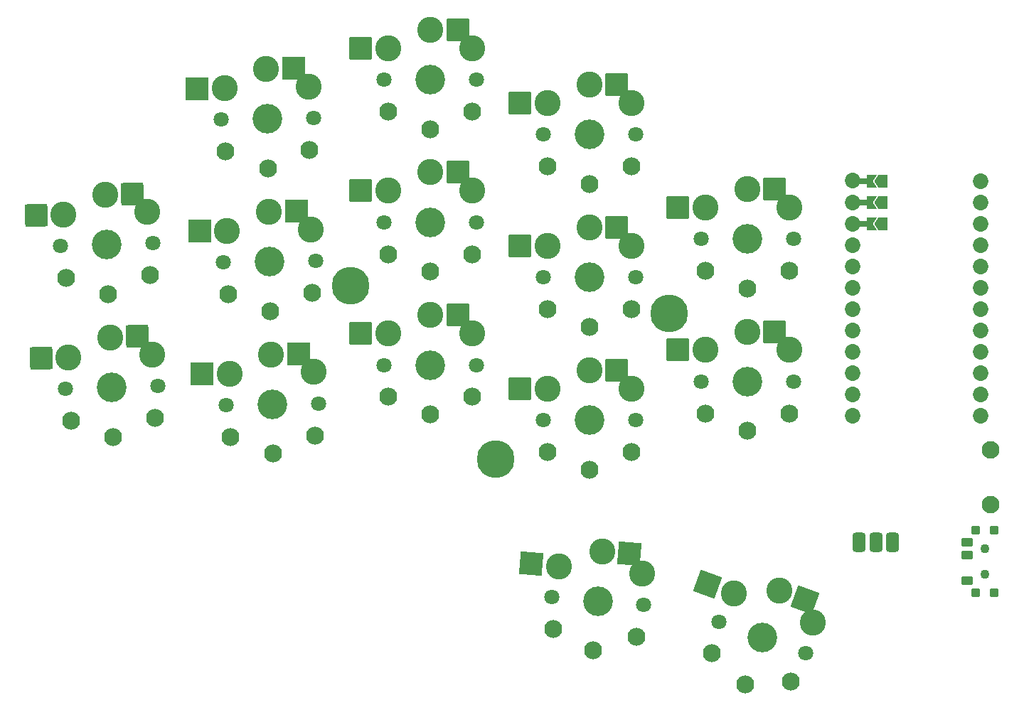
<source format=gts>
%TF.GenerationSoftware,KiCad,Pcbnew,(6.0.4)*%
%TF.CreationDate,2022-05-15T06:34:31+02:00*%
%TF.ProjectId,battoota,62617474-6f6f-4746-912e-6b696361645f,v1.0.0*%
%TF.SameCoordinates,Original*%
%TF.FileFunction,Soldermask,Top*%
%TF.FilePolarity,Negative*%
%FSLAX46Y46*%
G04 Gerber Fmt 4.6, Leading zero omitted, Abs format (unit mm)*
G04 Created by KiCad (PCBNEW (6.0.4)) date 2022-05-15 06:34:31*
%MOMM*%
%LPD*%
G01*
G04 APERTURE LIST*
G04 Aperture macros list*
%AMRoundRect*
0 Rectangle with rounded corners*
0 $1 Rounding radius*
0 $2 $3 $4 $5 $6 $7 $8 $9 X,Y pos of 4 corners*
0 Add a 4 corners polygon primitive as box body*
4,1,4,$2,$3,$4,$5,$6,$7,$8,$9,$2,$3,0*
0 Add four circle primitives for the rounded corners*
1,1,$1+$1,$2,$3*
1,1,$1+$1,$4,$5*
1,1,$1+$1,$6,$7*
1,1,$1+$1,$8,$9*
0 Add four rect primitives between the rounded corners*
20,1,$1+$1,$2,$3,$4,$5,0*
20,1,$1+$1,$4,$5,$6,$7,0*
20,1,$1+$1,$6,$7,$8,$9,0*
20,1,$1+$1,$8,$9,$2,$3,0*%
%AMFreePoly0*
4,1,16,0.535355,0.785355,0.550000,0.750000,0.550000,-0.750000,0.535355,-0.785355,0.500000,-0.800000,-0.650000,-0.800000,-0.685355,-0.785355,-0.700000,-0.750000,-0.691603,-0.722265,-0.210093,0.000000,-0.691603,0.722265,-0.699029,0.759806,-0.677735,0.791603,-0.650000,0.800000,0.500000,0.800000,0.535355,0.785355,0.535355,0.785355,$1*%
%AMFreePoly1*
4,1,16,0.535355,0.785355,0.541603,0.777735,1.041603,0.027735,1.049029,-0.009806,1.041603,-0.027735,0.541603,-0.777735,0.509806,-0.799029,0.500000,-0.800000,-0.500000,-0.800000,-0.535355,-0.785355,-0.550000,-0.750000,-0.550000,0.750000,-0.535355,0.785355,-0.500000,0.800000,0.500000,0.800000,0.535355,0.785355,0.535355,0.785355,$1*%
G04 Aperture macros list end*
%ADD10RoundRect,0.050000X-0.450000X0.450000X-0.450000X-0.450000X0.450000X-0.450000X0.450000X0.450000X0*%
%ADD11RoundRect,0.050000X-0.625000X0.450000X-0.625000X-0.450000X0.625000X-0.450000X0.625000X0.450000X0*%
%ADD12RoundRect,0.425000X-0.375000X-0.750000X0.375000X-0.750000X0.375000X0.750000X-0.375000X0.750000X0*%
%ADD13C,2.100000*%
%ADD14C,3.100000*%
%ADD15C,1.801800*%
%ADD16C,3.529000*%
%ADD17RoundRect,0.050000X-1.277114X-1.322490X1.322490X-1.277114X1.277114X1.322490X-1.322490X1.277114X0*%
%ADD18C,2.132000*%
%ADD19RoundRect,0.050000X-1.300000X-1.300000X1.300000X-1.300000X1.300000X1.300000X-1.300000X1.300000X0*%
%ADD20RoundRect,0.050000X-1.666227X-0.776974X0.776974X-1.666227X1.666227X0.776974X-0.776974X1.666227X0*%
%ADD21C,1.100000*%
%ADD22RoundRect,0.050000X-1.253839X-1.344577X1.344577X-1.253839X1.253839X1.344577X-1.344577X1.253839X0*%
%ADD23RoundRect,0.050000X-1.408356X-1.181751X1.181751X-1.408356X1.408356X1.181751X-1.181751X1.408356X0*%
%ADD24C,1.852600*%
%ADD25FreePoly0,180.000000*%
%ADD26RoundRect,0.050000X-0.762000X0.250000X-0.762000X-0.250000X0.762000X-0.250000X0.762000X0.250000X0*%
%ADD27FreePoly1,180.000000*%
%ADD28C,4.500000*%
G04 APERTURE END LIST*
D10*
%TO.C,T1*%
X161400140Y52144619D03*
X163600140Y59544619D03*
X163600140Y52144619D03*
X161400140Y59544619D03*
D11*
X160425140Y53594619D03*
X160425140Y56594619D03*
X160425140Y58094619D03*
%TD*%
D12*
%TO.C,PAD1*%
X151545396Y58163682D03*
X149545396Y58163682D03*
X147545396Y58163682D03*
%TD*%
D13*
%TO.C,B1*%
X163203191Y69152519D03*
X163203191Y62652519D03*
%TD*%
D14*
%TO.C,S11*%
X81997140Y112399354D03*
X76959506Y114511757D03*
X76959506Y114511757D03*
D15*
X71564186Y108466675D03*
D14*
X71998663Y112224830D03*
D16*
X77063348Y108562663D03*
D15*
X82562510Y108658651D03*
D17*
X80234007Y114568913D03*
X68724162Y112167673D03*
%TD*%
D15*
%TO.C,S34*%
X141178726Y44889558D03*
D16*
X136010417Y46770669D03*
D15*
X130842108Y48651780D03*
D18*
X130012277Y44909938D03*
X139409204Y41489736D03*
X133992498Y41226483D03*
X133992498Y41226483D03*
%TD*%
D16*
%TO.C,S15*%
X96495817Y96246989D03*
D15*
X101995817Y96246989D03*
D14*
X101495817Y99996989D03*
X96495817Y102196989D03*
X96495817Y102196989D03*
X91495817Y99996989D03*
D15*
X90995817Y96246989D03*
D19*
X99770817Y102196989D03*
X88220817Y99996989D03*
%TD*%
D14*
%TO.C,S21*%
X115411087Y95636017D03*
D15*
X109911087Y89686017D03*
D14*
X115411087Y95636017D03*
X120411087Y93436017D03*
D15*
X120911087Y89686017D03*
D14*
X110411087Y93436017D03*
D16*
X115411087Y89686017D03*
D19*
X118686087Y95636017D03*
X107136087Y93436017D03*
%TD*%
D15*
%TO.C,S8*%
X72157570Y74471854D03*
X83155894Y74663830D03*
D16*
X77656732Y74567842D03*
D18*
X72723813Y70681159D03*
X82722290Y70855683D03*
X77759701Y68668741D03*
X77759701Y68668741D03*
%TD*%
D16*
%TO.C,S14*%
X96495817Y79246989D03*
D15*
X101995817Y79246989D03*
X90995817Y79246989D03*
D18*
X91495817Y75446989D03*
X101495817Y75446989D03*
X96495817Y73346989D03*
X96495817Y73346989D03*
%TD*%
D16*
%TO.C,S20*%
X115411087Y72686017D03*
D15*
X109911087Y72686017D03*
X120911087Y72686017D03*
D18*
X120411087Y68886017D03*
X110411087Y68886017D03*
X115411087Y66786017D03*
X115411087Y66786017D03*
%TD*%
D15*
%TO.C,S28*%
X128718280Y77278852D03*
X139718280Y77278852D03*
D16*
X134218280Y77278852D03*
D18*
X129218280Y73478852D03*
X139218280Y73478852D03*
X134218280Y71378852D03*
X134218280Y71378852D03*
%TD*%
D14*
%TO.C,S29*%
X134218280Y100228852D03*
X134218280Y100228852D03*
D15*
X139718280Y94278852D03*
D16*
X134218280Y94278852D03*
D14*
X139218280Y98028852D03*
X129218280Y98028852D03*
D15*
X128718280Y94278852D03*
D19*
X137493280Y100228852D03*
X125943280Y98028852D03*
%TD*%
D16*
%TO.C,S33*%
X136010417Y46770669D03*
D14*
X138045437Y52361840D03*
X132594529Y52004617D03*
D15*
X130842108Y48651780D03*
D14*
X138045437Y52361840D03*
X141991456Y48584416D03*
D15*
X141178726Y44889558D03*
D20*
X141122930Y51241724D03*
X129517036Y53124733D03*
%TD*%
D14*
%TO.C,S7*%
X72592047Y78230009D03*
X82590524Y78404533D03*
X77552890Y80516936D03*
D15*
X72157570Y74471854D03*
D14*
X77552890Y80516936D03*
D15*
X83155894Y74663830D03*
D16*
X77656732Y74567842D03*
D17*
X80827391Y80574092D03*
X69317546Y78172852D03*
%TD*%
D21*
%TO.C,T2*%
X162500140Y57344619D03*
X162500140Y54344619D03*
%TD*%
D16*
%TO.C,S5*%
X57955529Y93584341D03*
D15*
X63452179Y93776288D03*
D14*
X57747877Y99530716D03*
X57747877Y99530716D03*
D15*
X52458879Y93392394D03*
D14*
X52827702Y97157559D03*
X62821610Y97506554D03*
D22*
X61020882Y99645012D03*
X49554697Y97043263D03*
%TD*%
D14*
%TO.C,S27*%
X129218280Y81028852D03*
D15*
X139718280Y77278852D03*
D16*
X134218280Y77278852D03*
D14*
X139218280Y81028852D03*
X134218280Y83228852D03*
X134218280Y83228852D03*
D15*
X128718280Y77278852D03*
D19*
X137493280Y83228852D03*
X125943280Y81028852D03*
%TD*%
D14*
%TO.C,S9*%
X72295355Y95227420D03*
D16*
X77360040Y91565253D03*
D14*
X77256198Y97514347D03*
X82293832Y95401944D03*
D15*
X71860878Y91469265D03*
D14*
X77256198Y97514347D03*
D15*
X82859202Y91661241D03*
D17*
X80530699Y97571503D03*
X69020854Y95170263D03*
%TD*%
D15*
%TO.C,S16*%
X101995817Y96246989D03*
D16*
X96495817Y96246989D03*
D15*
X90995817Y96246989D03*
D18*
X101495817Y92446989D03*
X91495817Y92446989D03*
X96495817Y90346989D03*
X96495817Y90346989D03*
%TD*%
D15*
%TO.C,S30*%
X139718280Y94278852D03*
X128718280Y94278852D03*
D16*
X134218280Y94278852D03*
D18*
X139218280Y90478852D03*
X129218280Y90478852D03*
X134218280Y88378852D03*
X134218280Y88378852D03*
%TD*%
D15*
%TO.C,S13*%
X90995817Y79246989D03*
X101995817Y79246989D03*
D16*
X96495817Y79246989D03*
D14*
X96495817Y85196989D03*
X101495817Y82996989D03*
X96495817Y85196989D03*
X91495817Y82996989D03*
D19*
X99770817Y85196989D03*
X88220817Y82996989D03*
%TD*%
D15*
%TO.C,S24*%
X109911087Y106686017D03*
X120911087Y106686017D03*
D16*
X115411087Y106686017D03*
D18*
X110411087Y102886017D03*
X120411087Y102886017D03*
X115411087Y100786017D03*
X115411087Y100786017D03*
%TD*%
D15*
%TO.C,S17*%
X90995818Y113246989D03*
D16*
X96495818Y113246989D03*
D15*
X101995818Y113246989D03*
D14*
X91495818Y116996989D03*
X101495818Y116996989D03*
X96495818Y119196989D03*
X96495818Y119196989D03*
D19*
X99770818Y119196989D03*
X88220818Y116996989D03*
%TD*%
D15*
%TO.C,S4*%
X53052170Y76402748D03*
X64045470Y76786642D03*
D16*
X58548820Y76594695D03*
D18*
X53684484Y72622512D03*
X63678392Y72971507D03*
X58754727Y70698289D03*
X58754727Y70698289D03*
%TD*%
D15*
%TO.C,S10*%
X82859202Y91661241D03*
X71860878Y91469265D03*
D16*
X77360040Y91565253D03*
D18*
X72427121Y87678570D03*
X82425598Y87853094D03*
X77463009Y85666152D03*
X77463009Y85666152D03*
%TD*%
D15*
%TO.C,S22*%
X109911087Y89686017D03*
X120911087Y89686017D03*
D16*
X115411087Y89686017D03*
D18*
X110411087Y85886017D03*
X120411087Y85886017D03*
X115411087Y83786017D03*
X115411087Y83786017D03*
%TD*%
D16*
%TO.C,S31*%
X116421084Y51113520D03*
D15*
X110942013Y51592877D03*
D14*
X116939661Y57040878D03*
X121728892Y54413471D03*
X116939661Y57040878D03*
X111766945Y55285029D03*
D15*
X121900155Y50634163D03*
D23*
X120202198Y56755443D03*
X108504407Y55570464D03*
%TD*%
D24*
%TO.C,MCU1*%
X161977213Y98602542D03*
D25*
X148993690Y98602542D03*
X148993690Y101142542D03*
D26*
X148068690Y96062542D03*
D24*
X161977213Y96062542D03*
X146737213Y96062542D03*
D26*
X148068690Y101142542D03*
D25*
X148993690Y96062542D03*
D26*
X148068690Y98602542D03*
D24*
X146737213Y101226288D03*
X161977213Y101142542D03*
X146737213Y98602542D03*
D27*
X150443690Y101142542D03*
X150443690Y98602542D03*
X150443690Y96062542D03*
D24*
X146737213Y93522542D03*
X146737213Y90982542D03*
X146737213Y88442542D03*
X146737213Y85902542D03*
X146737213Y83362542D03*
X146737213Y80822542D03*
X146737213Y78282542D03*
X146737213Y75742542D03*
X146737213Y73202542D03*
X161977213Y93522542D03*
X161977213Y90982542D03*
X161977213Y88442542D03*
X161977213Y85902542D03*
X161977213Y83362542D03*
X161977213Y80822542D03*
X161977213Y78282542D03*
X161977213Y75742542D03*
X161977213Y73202542D03*
%TD*%
D15*
%TO.C,S3*%
X53052170Y76402748D03*
D14*
X53420993Y80167913D03*
D16*
X58548820Y76594695D03*
D14*
X63414901Y80516908D03*
X58341168Y82541070D03*
X58341168Y82541070D03*
D15*
X64045470Y76786642D03*
D22*
X61614173Y82655366D03*
X50147988Y80053617D03*
%TD*%
D15*
%TO.C,S32*%
X121900155Y50634163D03*
D16*
X116421084Y51113520D03*
D15*
X110942013Y51592877D03*
D18*
X121070866Y46892201D03*
X111108919Y47763759D03*
X115906865Y45235971D03*
X115906865Y45235971D03*
%TD*%
D28*
%TO.C,REF\u002A\u002A*%
X104305468Y68036462D03*
X124943294Y85353654D03*
X86988276Y88674288D03*
%TD*%
D16*
%TO.C,S12*%
X77063348Y108562663D03*
D15*
X71564186Y108466675D03*
X82562510Y108658651D03*
D18*
X82128906Y104850504D03*
X72130429Y104675980D03*
X77166317Y102663562D03*
X77166317Y102663562D03*
%TD*%
D16*
%TO.C,S23*%
X115411087Y106686017D03*
D15*
X120911087Y106686017D03*
D14*
X115411087Y112636017D03*
X115411087Y112636017D03*
X110411087Y110436017D03*
X120411087Y110436017D03*
D15*
X109911087Y106686017D03*
D19*
X118686087Y112636017D03*
X107136087Y110436017D03*
%TD*%
D15*
%TO.C,S6*%
X52458879Y93392394D03*
X63452179Y93776288D03*
D16*
X57955529Y93584341D03*
D18*
X53091193Y89612158D03*
X63085101Y89961153D03*
X58161436Y87687935D03*
X58161436Y87687935D03*
%TD*%
D16*
%TO.C,S19*%
X115411087Y72686017D03*
D14*
X115411087Y78636017D03*
X110411087Y76436017D03*
D15*
X120911087Y72686017D03*
X109911087Y72686017D03*
D14*
X120411087Y76436017D03*
X115411087Y78636017D03*
D19*
X118686087Y78636017D03*
X107136087Y76436017D03*
%TD*%
D15*
%TO.C,S18*%
X101995818Y113246989D03*
D16*
X96495818Y113246989D03*
D15*
X90995818Y113246989D03*
D18*
X91495818Y109446989D03*
X101495818Y109446989D03*
X96495818Y107346989D03*
X96495818Y107346989D03*
%TD*%
M02*

</source>
